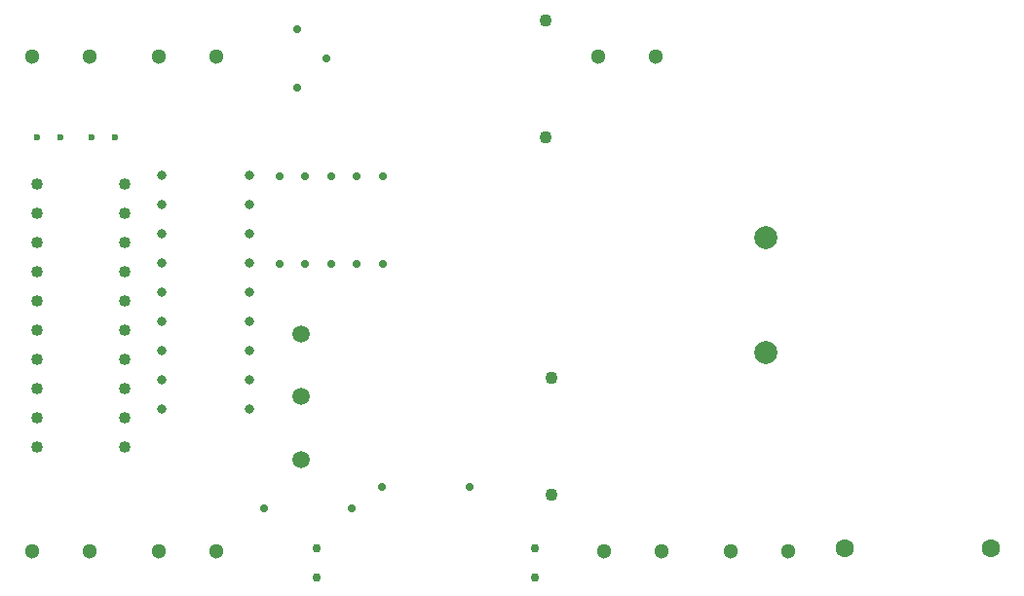
<source format=gbr>
%TF.GenerationSoftware,KiCad,Pcbnew,(6.0.9)*%
%TF.CreationDate,2023-01-27T09:56:44+11:00*%
%TF.ProjectId,CG22STAGE_MODULE,43473232-5354-4414-9745-5f4d4f44554c,rev?*%
%TF.SameCoordinates,Original*%
%TF.FileFunction,Plated,1,2,PTH,Drill*%
%TF.FilePolarity,Positive*%
%FSLAX46Y46*%
G04 Gerber Fmt 4.6, Leading zero omitted, Abs format (unit mm)*
G04 Created by KiCad (PCBNEW (6.0.9)) date 2023-01-27 09:56:44*
%MOMM*%
%LPD*%
G01*
G04 APERTURE LIST*
%TA.AperFunction,ComponentDrill*%
%ADD10C,0.600000*%
%TD*%
%TA.AperFunction,ComponentDrill*%
%ADD11C,0.700000*%
%TD*%
%TA.AperFunction,ComponentDrill*%
%ADD12C,0.714000*%
%TD*%
%TA.AperFunction,ComponentDrill*%
%ADD13C,0.762000*%
%TD*%
%TA.AperFunction,ComponentDrill*%
%ADD14C,0.800000*%
%TD*%
%TA.AperFunction,ComponentDrill*%
%ADD15C,1.016000*%
%TD*%
%TA.AperFunction,ComponentDrill*%
%ADD16C,1.100000*%
%TD*%
%TA.AperFunction,ComponentDrill*%
%ADD17C,1.300000*%
%TD*%
%TA.AperFunction,ComponentDrill*%
%ADD18C,1.500000*%
%TD*%
%TA.AperFunction,ComponentDrill*%
%ADD19C,1.600000*%
%TD*%
%TA.AperFunction,ComponentDrill*%
%ADD20C,2.000000*%
%TD*%
G04 APERTURE END LIST*
D10*
%TO.C,C2*%
X149222599Y-94000000D03*
X151222599Y-94000000D03*
%TO.C,C3*%
X153972599Y-94000000D03*
X155972599Y-94000000D03*
D11*
%TO.C,R6*%
X168890000Y-126300000D03*
%TO.C,R5*%
X170250000Y-97420000D03*
X170250000Y-105040000D03*
%TO.C,R4*%
X172500000Y-97420000D03*
X172500000Y-105040000D03*
%TO.C,R1*%
X174750000Y-97420000D03*
X174750000Y-105040000D03*
%TO.C,R6*%
X176510000Y-126300000D03*
%TO.C,R2*%
X177000000Y-97420000D03*
X177000000Y-105040000D03*
%TO.C,R7*%
X179190000Y-124400000D03*
%TO.C,R3*%
X179250000Y-97420000D03*
X179250000Y-105040000D03*
%TO.C,R7*%
X186810000Y-124400000D03*
D12*
%TO.C,VR1*%
X171770000Y-84615500D03*
X171770000Y-89695500D03*
X174310000Y-87155500D03*
D13*
%TO.C,U1*%
X173500400Y-129730000D03*
X173500400Y-132270000D03*
X192499600Y-129730000D03*
X192499600Y-132270000D03*
D14*
%TO.C,U2*%
X160010000Y-97330000D03*
X160010000Y-99870000D03*
X160010000Y-102410000D03*
X160010000Y-104950000D03*
X160010000Y-107490000D03*
X160010000Y-110030000D03*
X160010000Y-112570000D03*
X160010000Y-115110000D03*
X160010000Y-117650000D03*
X167630000Y-97330000D03*
X167630000Y-99870000D03*
X167630000Y-102410000D03*
X167630000Y-104950000D03*
X167630000Y-107490000D03*
X167630000Y-110030000D03*
X167630000Y-112570000D03*
X167630000Y-115110000D03*
X167630000Y-117650000D03*
D15*
%TO.C,LED1*%
X149190000Y-98050000D03*
X149190000Y-100590000D03*
X149190000Y-103130000D03*
X149190000Y-105670000D03*
X149190000Y-108210000D03*
X149190000Y-110750000D03*
X149190000Y-113290000D03*
X149190000Y-115830000D03*
X149190000Y-118370000D03*
X149190000Y-120910000D03*
X156810000Y-98050000D03*
X156810000Y-100590000D03*
X156810000Y-103130000D03*
X156810000Y-105670000D03*
X156810000Y-108210000D03*
X156810000Y-110750000D03*
X156810000Y-113290000D03*
X156810000Y-115830000D03*
X156810000Y-118370000D03*
X156810000Y-120910000D03*
D16*
%TO.C,D3*%
X193400000Y-83820000D03*
X193400000Y-93980000D03*
%TO.C,D4*%
X193900000Y-114920000D03*
X193900000Y-125080000D03*
D17*
%TO.C,J1*%
X148750000Y-87000000D03*
%TO.C,J5*%
X148750000Y-130000000D03*
%TO.C,J1*%
X153750000Y-87000000D03*
%TO.C,J5*%
X153750000Y-130000000D03*
%TO.C,J3*%
X159750000Y-87000000D03*
%TO.C,J4*%
X159750000Y-130000000D03*
%TO.C,J3*%
X164750000Y-87000000D03*
%TO.C,J4*%
X164750000Y-130000000D03*
%TO.C,J2*%
X198000000Y-87000000D03*
%TO.C,J6*%
X198500000Y-130000000D03*
%TO.C,J2*%
X203000000Y-87000000D03*
%TO.C,J6*%
X203500000Y-130000000D03*
%TO.C,J7*%
X209500000Y-130000000D03*
X214500000Y-130000000D03*
D18*
%TO.C,D1*%
X172180000Y-111100000D03*
X172180000Y-116550000D03*
X172180000Y-122000000D03*
D19*
%TO.C,D2*%
X219400000Y-129750000D03*
X232100000Y-129750000D03*
D20*
%TO.C,C1*%
X212500000Y-102730499D03*
X212500000Y-112730499D03*
M02*

</source>
